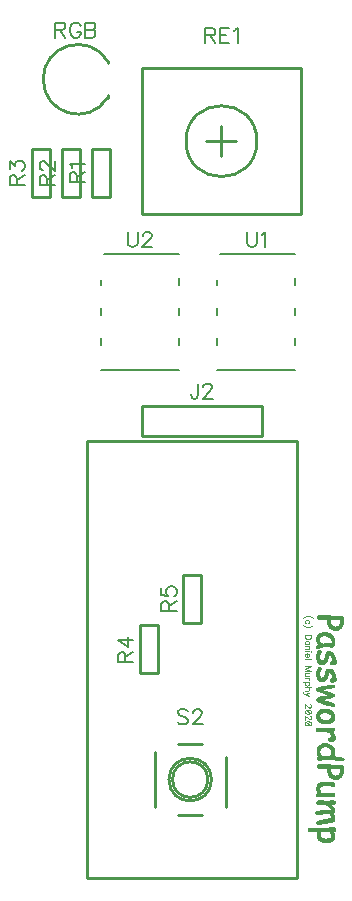
<source format=gbr>
G04 DipTrace 3.3.0.0*
G04 TopSilk.gbr*
%MOIN*%
G04 #@! TF.FileFunction,Legend,Top*
G04 #@! TF.Part,Single*
%ADD10C,0.009843*%
%ADD12C,0.003*%
%ADD24C,0.006*%
%ADD57C,0.00772*%
%ADD58C,0.003088*%
%FSLAX26Y26*%
G04*
G70*
G90*
G75*
G01*
G04 TopSilk*
%LPD*%
X1187469Y1931196D2*
D10*
X787434D1*
Y2031201D1*
X1187469D1*
Y1931196D1*
X679951Y2886351D2*
X619951D1*
X679951Y2726051D2*
Y2886351D1*
Y2726051D2*
X619951D1*
Y2886351D1*
X579953D2*
X519953D1*
X579953Y2726051D2*
Y2886351D1*
Y2726051D2*
X519953D1*
Y2886351D1*
X479951D2*
X419951D1*
X479951Y2726051D2*
Y2886351D1*
Y2726051D2*
X419951D1*
Y2886351D1*
X782451Y1138551D2*
X842451D1*
X782451Y1298851D2*
Y1138551D1*
Y1298851D2*
X842451D1*
Y1138551D1*
X926202Y1307300D2*
X986202D1*
X926202Y1467600D2*
Y1307300D1*
Y1467600D2*
X986202D1*
Y1307300D1*
X1316856Y2668354D2*
X789246D1*
Y3156546D1*
X1316856D1*
Y2668354D1*
X934909Y2912420D2*
G02X934909Y2912420I118142J0D01*
G01*
X1053051Y2862430D2*
Y2962470D1*
X1003042Y2912450D2*
X1103060D1*
X673377Y3057609D2*
Y3065507D1*
Y3171892D2*
Y3179790D1*
Y3057609D2*
G02X458810Y3118699I-98651J60865D01*
G01*
X673377Y3179790D2*
G03X458810Y3118699I-98651J-60865D01*
G01*
X878008Y784497D2*
G02X878008Y784497I70861J0D01*
G01*
X830751Y875052D2*
Y693942D1*
X909472Y666372D2*
X988241D1*
X1066986Y693942D2*
Y859298D1*
X988241Y902623D2*
X909472D1*
X889798Y784497D2*
G02X889798Y784497I59059J0D01*
G01*
X1298693Y2431709D2*
D24*
Y2455718D1*
Y2331696D2*
Y2355705D1*
X1038709Y2255693D2*
Y2231684D1*
Y2355705D2*
Y2331696D1*
Y2150701D2*
X1298693D1*
Y2231684D2*
Y2255693D1*
Y2536701D2*
X1049715D1*
X1038709Y2450700D2*
Y2431709D1*
X911193D2*
Y2455718D1*
Y2331696D2*
Y2355705D1*
X651209Y2255693D2*
Y2231684D1*
Y2355705D2*
Y2331696D1*
Y2150701D2*
X911193D1*
Y2231684D2*
Y2255693D1*
Y2536701D2*
X662215D1*
X651209Y2450700D2*
Y2431709D1*
X606202Y1912451D2*
D10*
X1306202D1*
Y456197D1*
X606202D1*
Y1912451D1*
X1373337Y1331701D2*
D12*
X1415337D1*
X1372132Y1330201D2*
X1454337D1*
X1371261Y1328701D2*
X1455542D1*
X1370675Y1327201D2*
X1456420D1*
X1370658Y1325701D2*
X1456922D1*
X1371280Y1324201D2*
X1457166D1*
X1372227Y1322701D2*
X1457271D1*
X1373337Y1321201D2*
X1457313D1*
X1406105Y1319701D2*
X1415337D1*
X1428837D2*
X1457329D1*
X1405734Y1318201D2*
X1415337D1*
X1448337D2*
X1457334D1*
X1405345Y1316701D2*
X1415337D1*
X1448337D2*
X1457336D1*
X1405082Y1315201D2*
X1415337D1*
X1448337D2*
X1457337D1*
X1404949Y1313701D2*
X1415337D1*
X1448337D2*
X1457337D1*
X1404938Y1312201D2*
X1415343D1*
X1448337D2*
X1457337D1*
X1405103Y1310701D2*
X1415396D1*
X1448331D2*
X1457337D1*
X1405452Y1309201D2*
X1415587D1*
X1448279D2*
X1457337D1*
X1405839Y1307701D2*
X1415952D1*
X1448082D2*
X1457331D1*
X1406152Y1306201D2*
X1416395D1*
X1447670D2*
X1457279D1*
X1406482Y1304701D2*
X1416901D1*
X1447088D2*
X1457088D1*
X1406910Y1303201D2*
X1417596D1*
X1446409D2*
X1456722D1*
X1407374Y1301701D2*
X1418468D1*
X1445635D2*
X1456285D1*
X1407842Y1300201D2*
X1419449D1*
X1444695D2*
X1455826D1*
X1408403Y1298701D2*
X1420754D1*
X1443442D2*
X1455270D1*
X1409097Y1297201D2*
X1422905D1*
X1441906D2*
X1454577D1*
X1409941Y1295701D2*
X1426634D1*
X1438198D2*
X1453733D1*
X1410893Y1294201D2*
X1432383D1*
X1432622D2*
X1452782D1*
X1411856Y1292701D2*
X1451818D1*
X1412899Y1291201D2*
X1450781D1*
X1414165Y1289701D2*
X1449568D1*
X1415770Y1288201D2*
X1448155D1*
X1417868Y1286701D2*
X1446416D1*
X1420564Y1285201D2*
X1444108D1*
X1423809Y1283701D2*
X1441147D1*
X1427337Y1282201D2*
X1437837D1*
X1388337Y1276201D2*
X1403337D1*
X1384196Y1274701D2*
X1407484D1*
X1380818Y1273201D2*
X1410916D1*
X1378211Y1271701D2*
X1413713D1*
X1376254Y1270201D2*
X1416035D1*
X1374746Y1268701D2*
X1417980D1*
X1373494Y1267201D2*
X1419685D1*
X1372461Y1265701D2*
X1421223D1*
X1371623Y1264201D2*
X1388701D1*
X1402979D2*
X1422561D1*
X1371001Y1262701D2*
X1385127D1*
X1406606D2*
X1423662D1*
X1370587Y1261201D2*
X1382431D1*
X1409499D2*
X1424586D1*
X1370216Y1259701D2*
X1380599D1*
X1411749D2*
X1425414D1*
X1369778Y1258201D2*
X1379383D1*
X1413593D2*
X1426193D1*
X1369362Y1256701D2*
X1378606D1*
X1415188D2*
X1426951D1*
X1369089Y1255201D2*
X1378181D1*
X1416549D2*
X1427651D1*
X1368951Y1253701D2*
X1377979D1*
X1417652D2*
X1428207D1*
X1368939Y1252201D2*
X1377892D1*
X1418526D2*
X1428544D1*
X1369103Y1250701D2*
X1377863D1*
X1419163D2*
X1428714D1*
X1369452Y1249201D2*
X1377903D1*
X1419584D2*
X1428789D1*
X1369839Y1247701D2*
X1378095D1*
X1419951D2*
X1428819D1*
X1370152Y1246201D2*
X1378512D1*
X1420337D2*
X1428831D1*
X1370487Y1244701D2*
X1379139D1*
X1420677D2*
X1428835D1*
X1370963Y1243201D2*
X1379992D1*
X1420431D2*
X1428837D1*
X1371571Y1241701D2*
X1381035D1*
X1419977D2*
X1428831D1*
X1372254Y1240201D2*
X1383553D1*
X1418576D2*
X1428779D1*
X1372967Y1238701D2*
X1387646D1*
X1394337D2*
X1413837D1*
X1416438D2*
X1428587D1*
X1373594Y1237201D2*
X1428222D1*
X1374079Y1235701D2*
X1427785D1*
X1373827Y1234201D2*
X1427326D1*
X1372854Y1232701D2*
X1426770D1*
X1371694Y1231201D2*
X1426072D1*
X1370570Y1229701D2*
X1425179D1*
X1369737Y1228201D2*
X1424063D1*
X1369170Y1226701D2*
X1386899D1*
X1415337D2*
X1422837D1*
X1369266Y1225201D2*
X1382632D1*
X1369697Y1223701D2*
X1378645D1*
X1370337Y1222201D2*
X1374837D1*
X1376337Y1216201D2*
X1380837D1*
X1375075Y1214701D2*
X1382222D1*
X1374000Y1213201D2*
X1383248D1*
X1373085Y1211701D2*
X1383498D1*
X1406337D2*
X1415337D1*
X1372266Y1210201D2*
X1383555D1*
X1404562D2*
X1418222D1*
X1371539Y1208701D2*
X1382964D1*
X1403040D2*
X1420578D1*
X1370968Y1207201D2*
X1382169D1*
X1401841D2*
X1422461D1*
X1370574Y1205701D2*
X1381336D1*
X1400875D2*
X1423957D1*
X1370212Y1204201D2*
X1380577D1*
X1400083D2*
X1425118D1*
X1369777Y1202701D2*
X1379991D1*
X1399484D2*
X1426019D1*
X1369362Y1201201D2*
X1379640D1*
X1399080D2*
X1426712D1*
X1369088Y1199701D2*
X1379464D1*
X1398714D2*
X1409280D1*
X1413831D2*
X1427280D1*
X1368945Y1198201D2*
X1379387D1*
X1398278D2*
X1409088D1*
X1415279D2*
X1427874D1*
X1368880Y1196701D2*
X1379356D1*
X1397862D2*
X1408728D1*
X1416582D2*
X1428530D1*
X1368853Y1195201D2*
X1379344D1*
X1397583D2*
X1408338D1*
X1417670D2*
X1429183D1*
X1368843Y1193701D2*
X1379339D1*
X1397387D2*
X1408023D1*
X1418588D2*
X1429724D1*
X1368839Y1192201D2*
X1379338D1*
X1397124D2*
X1407693D1*
X1419409D2*
X1430107D1*
X1368844Y1190701D2*
X1379343D1*
X1396686D2*
X1407264D1*
X1420141D2*
X1430465D1*
X1368896Y1189201D2*
X1379396D1*
X1396094D2*
X1406801D1*
X1420760D2*
X1430904D1*
X1369087Y1187701D2*
X1379593D1*
X1395405D2*
X1406338D1*
X1421292D2*
X1431372D1*
X1369452Y1186201D2*
X1380034D1*
X1394548D2*
X1405830D1*
X1421822D2*
X1431842D1*
X1369889Y1184701D2*
X1380668D1*
X1393482D2*
X1405328D1*
X1422271D2*
X1432397D1*
X1370342Y1183201D2*
X1382217D1*
X1390533D2*
X1404842D1*
X1422582D2*
X1433038D1*
X1370846Y1181701D2*
X1385729D1*
X1386138D2*
X1404275D1*
X1422348D2*
X1433686D1*
X1371353Y1180201D2*
X1403573D1*
X1421078D2*
X1434219D1*
X1371891Y1178701D2*
X1402675D1*
X1419381D2*
X1434548D1*
X1372649Y1177201D2*
X1401526D1*
X1417729D2*
X1434715D1*
X1373716Y1175701D2*
X1400145D1*
X1416353D2*
X1434784D1*
X1375056Y1174201D2*
X1398474D1*
X1415764D2*
X1434726D1*
X1376692Y1172701D2*
X1396401D1*
X1415689D2*
X1434512D1*
X1378666Y1171201D2*
X1393954D1*
X1416294D2*
X1433059D1*
X1380837Y1169701D2*
X1391337D1*
X1417232D2*
X1429076D1*
X1418337Y1168201D2*
X1424337D1*
X1376337Y1159201D2*
X1380837D1*
X1375075Y1157701D2*
X1382222D1*
X1374000Y1156201D2*
X1383248D1*
X1373085Y1154701D2*
X1383498D1*
X1406337D2*
X1415337D1*
X1372266Y1153201D2*
X1383555D1*
X1404562D2*
X1418222D1*
X1371539Y1151701D2*
X1382964D1*
X1403040D2*
X1420578D1*
X1370968Y1150201D2*
X1382169D1*
X1401841D2*
X1422461D1*
X1370574Y1148701D2*
X1381336D1*
X1400875D2*
X1423957D1*
X1370212Y1147201D2*
X1380577D1*
X1400083D2*
X1425118D1*
X1369777Y1145701D2*
X1379991D1*
X1399484D2*
X1426019D1*
X1369362Y1144201D2*
X1379640D1*
X1399080D2*
X1426712D1*
X1369088Y1142701D2*
X1379464D1*
X1398714D2*
X1409280D1*
X1413831D2*
X1427280D1*
X1368945Y1141201D2*
X1379387D1*
X1398278D2*
X1409088D1*
X1415279D2*
X1427874D1*
X1368880Y1139701D2*
X1379356D1*
X1397862D2*
X1408728D1*
X1416582D2*
X1428530D1*
X1368853Y1138201D2*
X1379344D1*
X1397583D2*
X1408338D1*
X1417670D2*
X1429183D1*
X1368843Y1136701D2*
X1379339D1*
X1397387D2*
X1408023D1*
X1418588D2*
X1429724D1*
X1368839Y1135201D2*
X1379338D1*
X1397124D2*
X1407693D1*
X1419409D2*
X1430107D1*
X1368844Y1133701D2*
X1379343D1*
X1396686D2*
X1407264D1*
X1420141D2*
X1430465D1*
X1368896Y1132201D2*
X1379396D1*
X1396094D2*
X1406801D1*
X1420760D2*
X1430904D1*
X1369087Y1130701D2*
X1379593D1*
X1395405D2*
X1406338D1*
X1421292D2*
X1431372D1*
X1369452Y1129201D2*
X1380034D1*
X1394548D2*
X1405830D1*
X1421822D2*
X1431842D1*
X1369889Y1127701D2*
X1380668D1*
X1393482D2*
X1405328D1*
X1422271D2*
X1432397D1*
X1370342Y1126201D2*
X1382217D1*
X1390533D2*
X1404842D1*
X1422582D2*
X1433038D1*
X1370846Y1124701D2*
X1385729D1*
X1386138D2*
X1404275D1*
X1422348D2*
X1433686D1*
X1371353Y1123201D2*
X1403573D1*
X1421078D2*
X1434219D1*
X1371891Y1121701D2*
X1402675D1*
X1419381D2*
X1434548D1*
X1372649Y1120201D2*
X1401526D1*
X1417729D2*
X1434715D1*
X1373716Y1118701D2*
X1400145D1*
X1416353D2*
X1434784D1*
X1375056Y1117201D2*
X1398474D1*
X1415764D2*
X1434726D1*
X1376692Y1115701D2*
X1396401D1*
X1415689D2*
X1434512D1*
X1378666Y1114201D2*
X1393954D1*
X1416294D2*
X1433059D1*
X1380837Y1112701D2*
X1391337D1*
X1417232D2*
X1429076D1*
X1418337Y1111201D2*
X1424337D1*
X1416837Y1100701D2*
X1427337D1*
X1406939Y1099201D2*
X1428030D1*
X1397801Y1097701D2*
X1428455D1*
X1389808Y1096201D2*
X1428596D1*
X1383156Y1094701D2*
X1428523D1*
X1377932Y1093201D2*
X1427286D1*
X1374076Y1091701D2*
X1422570D1*
X1371317Y1090201D2*
X1415109D1*
X1369206Y1088701D2*
X1405405D1*
X1367337Y1087201D2*
X1394739D1*
X1368330Y1085701D2*
X1383837D1*
X1369448Y1084201D2*
X1387645D1*
X1370966Y1082701D2*
X1391714D1*
X1373126Y1081201D2*
X1395996D1*
X1375971Y1079701D2*
X1400399D1*
X1379327Y1078201D2*
X1404860D1*
X1383029Y1076701D2*
X1409345D1*
X1386919Y1075201D2*
X1413828D1*
X1390803Y1073701D2*
X1418203D1*
X1394589Y1072201D2*
X1422145D1*
X1398242Y1070701D2*
X1425177D1*
X1401829Y1069201D2*
X1427427D1*
X1405527Y1067701D2*
X1428157D1*
X1409337Y1066201D2*
X1428618D1*
X1400066Y1064701D2*
X1428566D1*
X1391765Y1063201D2*
X1427963D1*
X1384828Y1061701D2*
X1426378D1*
X1379289Y1060201D2*
X1422639D1*
X1375066Y1058701D2*
X1417370D1*
X1372098Y1057201D2*
X1410720D1*
X1370159Y1055701D2*
X1403215D1*
X1368910Y1054201D2*
X1395317D1*
X1368001Y1052701D2*
X1387317D1*
X1367799Y1051201D2*
X1379337D1*
X1368238Y1049701D2*
X1385343D1*
X1369514Y1048201D2*
X1391396D1*
X1371253Y1046701D2*
X1397587D1*
X1373529Y1045201D2*
X1403940D1*
X1376465Y1043701D2*
X1410255D1*
X1380080Y1042201D2*
X1416144D1*
X1384207Y1040701D2*
X1421115D1*
X1388764Y1039201D2*
X1424718D1*
X1393745Y1037701D2*
X1427302D1*
X1399020Y1036201D2*
X1428249D1*
X1404405Y1034701D2*
X1428506D1*
X1409908Y1033201D2*
X1428567D1*
X1415579Y1031701D2*
X1428025D1*
X1421337Y1030201D2*
X1427337D1*
X1389837Y1021201D2*
X1404837D1*
X1386208Y1019701D2*
X1408805D1*
X1383028Y1018201D2*
X1412252D1*
X1380419Y1016701D2*
X1415116D1*
X1378316Y1015201D2*
X1417488D1*
X1376538Y1013701D2*
X1419460D1*
X1374970Y1012201D2*
X1421177D1*
X1373620Y1010701D2*
X1422720D1*
X1372520Y1009201D2*
X1390427D1*
X1402685D2*
X1424060D1*
X1371642Y1007701D2*
X1387172D1*
X1407188D2*
X1425162D1*
X1370958Y1006201D2*
X1384674D1*
X1410584D2*
X1426086D1*
X1370399Y1004701D2*
X1382745D1*
X1413071D2*
X1426908D1*
X1369858Y1003201D2*
X1381284D1*
X1414968D2*
X1427635D1*
X1369394Y1001701D2*
X1380146D1*
X1416414D2*
X1428201D1*
X1369101Y1000201D2*
X1379730D1*
X1417431D2*
X1428542D1*
X1368950Y998701D2*
X1379505D1*
X1418156D2*
X1428713D1*
X1368882Y997201D2*
X1379409D1*
X1418764D2*
X1428789D1*
X1368860Y995701D2*
X1379420D1*
X1419204D2*
X1428819D1*
X1368902Y994201D2*
X1379601D1*
X1419444D2*
X1428831D1*
X1369095Y992701D2*
X1380014D1*
X1419082D2*
X1428835D1*
X1369506Y991201D2*
X1380652D1*
X1418493D2*
X1428831D1*
X1370087Y989701D2*
X1381580D1*
X1417632D2*
X1428778D1*
X1370760Y988201D2*
X1382963D1*
X1416392D2*
X1428582D1*
X1371481Y986701D2*
X1384890D1*
X1414578D2*
X1428170D1*
X1372224Y985201D2*
X1387303D1*
X1411951D2*
X1427588D1*
X1373029Y983701D2*
X1390014D1*
X1408566D2*
X1426909D1*
X1374027Y982201D2*
X1426129D1*
X1375386Y980701D2*
X1425142D1*
X1377134Y979201D2*
X1423780D1*
X1379205Y977701D2*
X1421969D1*
X1381660Y976201D2*
X1419604D1*
X1384743Y974701D2*
X1416433D1*
X1388574Y973201D2*
X1412367D1*
X1392837Y971701D2*
X1407837D1*
X1370337Y956701D2*
X1427337D1*
X1369645Y955201D2*
X1428030D1*
X1369214Y953701D2*
X1428455D1*
X1369002Y952201D2*
X1428614D1*
X1368962Y950701D2*
X1428594D1*
X1369155Y949201D2*
X1427995D1*
X1369653Y947701D2*
X1426382D1*
X1370337Y946201D2*
X1424075D1*
X1406274Y944701D2*
X1421337D1*
X1409023Y943201D2*
X1422324D1*
X1411414Y941701D2*
X1423372D1*
X1413415Y940201D2*
X1424535D1*
X1415107Y938701D2*
X1425691D1*
X1416515Y937201D2*
X1426707D1*
X1417640Y935701D2*
X1427551D1*
X1418527Y934201D2*
X1428223D1*
X1419215Y932701D2*
X1428778D1*
X1419776Y931201D2*
X1429317D1*
X1420330Y929701D2*
X1429780D1*
X1420859Y928201D2*
X1430074D1*
X1421337Y926701D2*
X1430225D1*
X1415228Y925201D2*
X1430293D1*
X1411149Y923701D2*
X1430315D1*
X1408367Y922201D2*
X1430267D1*
X1407371Y920701D2*
X1430015D1*
X1407289Y919201D2*
X1429531D1*
X1408047Y917701D2*
X1428172D1*
X1409284Y916201D2*
X1426382D1*
X1410837Y914701D2*
X1424337D1*
X1389837Y905701D2*
X1404837D1*
X1386434Y904201D2*
X1409159D1*
X1383579Y902701D2*
X1412770D1*
X1381220Y901201D2*
X1415597D1*
X1379212Y899701D2*
X1417796D1*
X1377548Y898201D2*
X1419619D1*
X1376167Y896701D2*
X1421249D1*
X1374965Y895201D2*
X1422749D1*
X1373945Y893701D2*
X1391400D1*
X1405979D2*
X1424071D1*
X1373061Y892201D2*
X1388651D1*
X1409606D2*
X1425166D1*
X1372256Y890701D2*
X1386266D1*
X1412493D2*
X1426087D1*
X1371536Y889201D2*
X1384313D1*
X1414690D2*
X1426908D1*
X1370972Y887701D2*
X1382765D1*
X1416343D2*
X1427635D1*
X1370632Y886201D2*
X1381577D1*
X1417573D2*
X1428201D1*
X1370461Y884701D2*
X1380669D1*
X1418497D2*
X1428542D1*
X1370386Y883201D2*
X1380024D1*
X1419147D2*
X1428713D1*
X1370355Y881701D2*
X1379651D1*
X1419522D2*
X1428789D1*
X1370344Y880201D2*
X1379468D1*
X1419706D2*
X1428819D1*
X1370339Y878701D2*
X1379388D1*
X1419786D2*
X1428831D1*
X1370338Y877201D2*
X1379362D1*
X1419819D2*
X1428835D1*
X1370343Y875701D2*
X1379402D1*
X1419825D2*
X1428837D1*
X1370396Y874201D2*
X1379595D1*
X1419776D2*
X1428831D1*
X1370587Y872701D2*
X1380011D1*
X1419581D2*
X1428779D1*
X1370952Y871201D2*
X1380645D1*
X1419164D2*
X1428582D1*
X1371389Y869701D2*
X1381510D1*
X1418524D2*
X1428170D1*
X1371848Y868201D2*
X1382584D1*
X1417594D2*
X1427588D1*
X1372404Y866701D2*
X1383653D1*
X1416212D2*
X1426910D1*
X1373088Y865201D2*
X1384470D1*
X1414290D2*
X1426150D1*
X1373912Y863701D2*
X1384978D1*
X1411913D2*
X1425287D1*
X1374837Y862201D2*
X1424337D1*
X1373400Y860701D2*
X1438058D1*
X1372151Y859201D2*
X1448452D1*
X1371266Y857701D2*
X1454754D1*
X1370675Y856201D2*
X1458669D1*
X1370658Y854701D2*
X1459722D1*
X1371280Y853201D2*
X1459939D1*
X1372227Y851701D2*
X1459472D1*
X1373337Y850201D2*
X1383837D1*
X1431837D2*
X1458837D1*
X1373337Y835201D2*
X1415337D1*
X1372132Y833701D2*
X1454337D1*
X1371261Y832201D2*
X1455542D1*
X1370675Y830701D2*
X1456420D1*
X1370658Y829201D2*
X1456922D1*
X1371280Y827701D2*
X1457166D1*
X1372227Y826201D2*
X1457271D1*
X1373337Y824701D2*
X1457313D1*
X1406105Y823201D2*
X1415337D1*
X1428837D2*
X1457329D1*
X1405734Y821701D2*
X1415337D1*
X1448337D2*
X1457334D1*
X1405345Y820201D2*
X1415337D1*
X1448337D2*
X1457336D1*
X1405082Y818701D2*
X1415337D1*
X1448337D2*
X1457337D1*
X1404949Y817201D2*
X1415337D1*
X1448337D2*
X1457337D1*
X1404938Y815701D2*
X1415343D1*
X1448337D2*
X1457337D1*
X1405103Y814201D2*
X1415396D1*
X1448331D2*
X1457337D1*
X1405452Y812701D2*
X1415587D1*
X1448279D2*
X1457337D1*
X1405839Y811201D2*
X1415952D1*
X1448082D2*
X1457331D1*
X1406152Y809701D2*
X1416395D1*
X1447670D2*
X1457279D1*
X1406482Y808201D2*
X1416901D1*
X1447088D2*
X1457088D1*
X1406910Y806701D2*
X1417596D1*
X1446409D2*
X1456722D1*
X1407374Y805201D2*
X1418468D1*
X1445635D2*
X1456285D1*
X1407842Y803701D2*
X1419449D1*
X1444695D2*
X1455826D1*
X1408403Y802201D2*
X1420754D1*
X1443442D2*
X1455270D1*
X1409097Y800701D2*
X1422905D1*
X1441906D2*
X1454577D1*
X1409941Y799201D2*
X1426634D1*
X1438198D2*
X1453733D1*
X1410893Y797701D2*
X1432383D1*
X1432622D2*
X1452782D1*
X1411856Y796201D2*
X1451818D1*
X1412899Y794701D2*
X1450781D1*
X1414165Y793201D2*
X1449568D1*
X1415770Y791701D2*
X1448155D1*
X1417868Y790201D2*
X1446416D1*
X1420564Y788701D2*
X1444108D1*
X1423809Y787201D2*
X1441147D1*
X1427337Y785701D2*
X1437837D1*
X1391337Y776701D2*
X1419837D1*
X1384478Y775201D2*
X1423812D1*
X1379521Y773701D2*
X1426877D1*
X1376264Y772201D2*
X1428084D1*
X1374137Y770701D2*
X1428486D1*
X1372715Y769201D2*
X1428635D1*
X1371718Y767701D2*
X1428490D1*
X1371041Y766201D2*
X1428012D1*
X1370651Y764701D2*
X1388011D1*
X1416837D2*
X1427337D1*
X1370411Y763201D2*
X1384449D1*
X1370139Y761701D2*
X1381911D1*
X1369747Y760201D2*
X1380830D1*
X1369350Y758701D2*
X1380087D1*
X1369090Y757201D2*
X1379674D1*
X1369002Y755701D2*
X1379476D1*
X1369129Y754201D2*
X1379396D1*
X1369462Y752701D2*
X1379415D1*
X1369837Y751201D2*
X1379594D1*
X1370100Y749701D2*
X1379949D1*
X1370291Y748201D2*
X1380332D1*
X1370545Y746701D2*
X1380599D1*
X1370931Y745201D2*
X1380796D1*
X1371314Y743701D2*
X1381109D1*
X1371473Y742201D2*
X1381739D1*
X1371398Y740701D2*
X1382709D1*
X1370562Y739201D2*
X1427337D1*
X1369595Y737701D2*
X1428030D1*
X1368721Y736201D2*
X1428460D1*
X1367979Y734701D2*
X1428673D1*
X1367794Y733201D2*
X1428712D1*
X1368345Y731701D2*
X1428520D1*
X1369252Y730201D2*
X1428022D1*
X1370337Y728701D2*
X1427337D1*
X1376337Y715201D2*
X1391337D1*
X1415337D2*
X1425837D1*
X1373690Y713701D2*
X1428659D1*
X1371765Y712201D2*
X1430770D1*
X1370317Y710701D2*
X1432335D1*
X1369679Y709201D2*
X1432923D1*
X1369812Y707701D2*
X1432991D1*
X1370262Y706201D2*
X1432296D1*
X1370976Y704701D2*
X1428872D1*
X1371837Y703201D2*
X1377837D1*
X1391300D2*
X1422934D1*
X1398436Y701701D2*
X1415337D1*
X1403338Y700201D2*
X1417530D1*
X1406563Y698701D2*
X1419460D1*
X1408834Y697201D2*
X1421178D1*
X1410650Y695701D2*
X1422769D1*
X1412270Y694201D2*
X1424256D1*
X1413814Y692701D2*
X1425574D1*
X1415330Y691201D2*
X1426661D1*
X1416835Y689701D2*
X1427529D1*
X1418337Y688201D2*
X1428159D1*
X1419837Y686701D2*
X1428526D1*
X1416837Y685201D2*
X1428707D1*
X1397337Y683701D2*
X1428781D1*
X1385233Y682201D2*
X1428760D1*
X1376073Y680701D2*
X1428575D1*
X1369538Y679201D2*
X1428156D1*
X1367230Y677701D2*
X1427470D1*
X1366327Y676201D2*
X1426408D1*
X1366117Y674701D2*
X1424905D1*
X1366090Y673201D2*
X1423148D1*
X1366642Y671701D2*
X1394337D1*
X1412632D2*
X1421337D1*
X1367337Y670201D2*
X1380837D1*
X1413249D2*
X1423011D1*
X1414194Y668701D2*
X1424443D1*
X1415253Y667201D2*
X1425679D1*
X1416236Y665701D2*
X1426711D1*
X1417117Y664201D2*
X1427550D1*
X1417967Y662701D2*
X1428167D1*
X1418868Y661201D2*
X1428529D1*
X1419837Y659701D2*
X1428708D1*
X1417673Y658201D2*
X1428787D1*
X1414554Y656701D2*
X1428819D1*
X1409891Y655201D2*
X1428831D1*
X1403434Y653701D2*
X1428829D1*
X1395487Y652201D2*
X1428772D1*
X1387098Y650701D2*
X1428523D1*
X1379709Y649201D2*
X1427908D1*
X1374293Y647701D2*
X1426844D1*
X1370308Y646201D2*
X1425199D1*
X1368579Y644701D2*
X1422461D1*
X1367832Y643201D2*
X1417793D1*
X1367710Y641701D2*
X1410631D1*
X1368302Y640201D2*
X1401264D1*
X1369235Y638701D2*
X1390554D1*
X1370337Y637201D2*
X1379337D1*
X1412337Y625201D2*
X1427337D1*
X1341837Y623701D2*
X1429467D1*
X1341145Y622201D2*
X1431147D1*
X1340714Y620701D2*
X1432445D1*
X1340502Y619201D2*
X1432843D1*
X1340462Y617701D2*
X1433004D1*
X1340655Y616201D2*
X1432417D1*
X1341153Y614701D2*
X1430298D1*
X1341837Y613201D2*
X1426960D1*
X1371780Y611701D2*
X1382105D1*
X1412280D2*
X1422837D1*
X1371588Y610201D2*
X1381734D1*
X1413588D2*
X1424100D1*
X1371228Y608701D2*
X1381345D1*
X1414722D2*
X1425175D1*
X1370844Y607201D2*
X1381082D1*
X1415779D2*
X1426090D1*
X1370582Y605701D2*
X1380943D1*
X1416774D2*
X1426909D1*
X1370443Y604201D2*
X1380879D1*
X1417578D2*
X1427635D1*
X1370379Y602701D2*
X1380853D1*
X1418212D2*
X1428201D1*
X1370353Y601201D2*
X1380843D1*
X1418790D2*
X1428542D1*
X1370343Y599701D2*
X1380845D1*
X1419264D2*
X1428713D1*
X1370345Y598201D2*
X1380902D1*
X1419512D2*
X1428789D1*
X1370397Y596701D2*
X1381152D1*
X1419468D2*
X1428819D1*
X1370587Y595201D2*
X1381761D1*
X1419113D2*
X1428831D1*
X1370952Y593701D2*
X1382766D1*
X1418443D2*
X1428829D1*
X1371395Y592201D2*
X1384203D1*
X1417522D2*
X1428778D1*
X1371901Y590701D2*
X1386045D1*
X1414672D2*
X1428581D1*
X1372596Y589201D2*
X1391770D1*
X1409151D2*
X1428164D1*
X1373462Y587701D2*
X1400940D1*
X1399876D2*
X1427529D1*
X1374390Y586201D2*
X1426659D1*
X1375463Y584701D2*
X1425520D1*
X1376860Y583201D2*
X1424143D1*
X1378636Y581701D2*
X1422455D1*
X1380816Y580201D2*
X1420207D1*
X1383617Y578701D2*
X1417031D1*
X1387238Y577201D2*
X1412754D1*
X1391337Y575701D2*
X1407837D1*
X1373337Y1331701D2*
X1372132Y1330201D1*
X1371261Y1328701D1*
X1370675Y1327201D1*
X1370658Y1325701D1*
X1371280Y1324201D1*
X1372227Y1322701D1*
X1373337Y1321201D1*
X1415337Y1331701D2*
Y1330201D1*
X1454337D2*
X1455542Y1328701D1*
X1456420Y1327201D1*
X1456922Y1325701D1*
X1457166Y1324201D1*
X1457271Y1322701D1*
X1457313Y1321201D1*
X1457329Y1319701D1*
X1457334Y1318201D1*
X1457336Y1316701D1*
X1457337Y1315201D1*
Y1313701D1*
Y1312201D1*
Y1310701D1*
Y1309201D1*
X1457331Y1307701D1*
X1457279Y1306201D1*
X1457088Y1304701D1*
X1456722Y1303201D1*
X1456285Y1301701D1*
X1455826Y1300201D1*
X1455270Y1298701D1*
X1454577Y1297201D1*
X1453733Y1295701D1*
X1452782Y1294201D1*
X1451818Y1292701D1*
X1450781Y1291201D1*
X1449568Y1289701D1*
X1448155Y1288201D1*
X1446416Y1286701D1*
X1444108Y1285201D1*
X1441147Y1283701D1*
X1437837Y1282201D1*
X1406337Y1321201D2*
X1406105Y1319701D1*
X1405734Y1318201D1*
X1405345Y1316701D1*
X1405082Y1315201D1*
X1404949Y1313701D1*
X1404938Y1312201D1*
X1405103Y1310701D1*
X1405452Y1309201D1*
X1405839Y1307701D1*
X1406152Y1306201D1*
X1406482Y1304701D1*
X1406910Y1303201D1*
X1407374Y1301701D1*
X1407842Y1300201D1*
X1408403Y1298701D1*
X1409097Y1297201D1*
X1409941Y1295701D1*
X1410893Y1294201D1*
X1411856Y1292701D1*
X1412899Y1291201D1*
X1414165Y1289701D1*
X1415770Y1288201D1*
X1417868Y1286701D1*
X1420564Y1285201D1*
X1423809Y1283701D1*
X1427337Y1282201D1*
X1415337Y1321201D2*
Y1319701D1*
Y1318201D1*
Y1316701D1*
Y1315201D1*
Y1313701D1*
X1415343Y1312201D1*
X1415396Y1310701D1*
X1415587Y1309201D1*
X1415952Y1307701D1*
X1416395Y1306201D1*
X1416901Y1304701D1*
X1417596Y1303201D1*
X1418468Y1301701D1*
X1419449Y1300201D1*
X1420754Y1298701D1*
X1422905Y1297201D1*
X1426634Y1295701D1*
X1432383Y1294201D1*
X1439337Y1292701D1*
X1427337Y1321201D2*
X1428837Y1319701D1*
X1448337D2*
Y1318201D1*
Y1316701D1*
Y1315201D1*
Y1313701D1*
Y1312201D1*
X1448331Y1310701D1*
X1448279Y1309201D1*
X1448082Y1307701D1*
X1447670Y1306201D1*
X1447088Y1304701D1*
X1446409Y1303201D1*
X1445635Y1301701D1*
X1444695Y1300201D1*
X1443442Y1298701D1*
X1441906Y1297201D1*
X1438198Y1295701D1*
X1432622Y1294201D1*
X1425837Y1292701D1*
X1388337Y1276201D2*
X1384196Y1274701D1*
X1380818Y1273201D1*
X1378211Y1271701D1*
X1376254Y1270201D1*
X1374746Y1268701D1*
X1373494Y1267201D1*
X1372461Y1265701D1*
X1371623Y1264201D1*
X1371001Y1262701D1*
X1370587Y1261201D1*
X1370216Y1259701D1*
X1369778Y1258201D1*
X1369362Y1256701D1*
X1369089Y1255201D1*
X1368951Y1253701D1*
X1368939Y1252201D1*
X1369103Y1250701D1*
X1369452Y1249201D1*
X1369839Y1247701D1*
X1370152Y1246201D1*
X1370487Y1244701D1*
X1370963Y1243201D1*
X1371571Y1241701D1*
X1372254Y1240201D1*
X1372967Y1238701D1*
X1373594Y1237201D1*
X1374079Y1235701D1*
X1373827Y1234201D1*
X1372854Y1232701D1*
X1371694Y1231201D1*
X1370570Y1229701D1*
X1369737Y1228201D1*
X1369170Y1226701D1*
X1369266Y1225201D1*
X1369697Y1223701D1*
X1370337Y1222201D1*
X1403337Y1276201D2*
X1407484Y1274701D1*
X1410916Y1273201D1*
X1413713Y1271701D1*
X1416035Y1270201D1*
X1417980Y1268701D1*
X1419685Y1267201D1*
X1421223Y1265701D1*
X1422561Y1264201D1*
X1423662Y1262701D1*
X1424586Y1261201D1*
X1425414Y1259701D1*
X1426193Y1258201D1*
X1426951Y1256701D1*
X1427651Y1255201D1*
X1428207Y1253701D1*
X1428544Y1252201D1*
X1428714Y1250701D1*
X1428789Y1249201D1*
X1428819Y1247701D1*
X1428831Y1246201D1*
X1428835Y1244701D1*
X1428837Y1243201D1*
X1428831Y1241701D1*
X1428779Y1240201D1*
X1428587Y1238701D1*
X1428222Y1237201D1*
X1427785Y1235701D1*
X1427326Y1234201D1*
X1426770Y1232701D1*
X1426072Y1231201D1*
X1425179Y1229701D1*
X1424063Y1228201D1*
X1422837Y1226701D1*
X1392837Y1265701D2*
X1388701Y1264201D1*
X1385127Y1262701D1*
X1382431Y1261201D1*
X1380599Y1259701D1*
X1379383Y1258201D1*
X1378606Y1256701D1*
X1378181Y1255201D1*
X1377979Y1253701D1*
X1377892Y1252201D1*
X1377863Y1250701D1*
X1377903Y1249201D1*
X1378095Y1247701D1*
X1378512Y1246201D1*
X1379139Y1244701D1*
X1379992Y1243201D1*
X1381035Y1241701D1*
X1383553Y1240201D1*
X1387646Y1238701D1*
X1392837Y1237201D1*
X1398837Y1265701D2*
X1402979Y1264201D1*
X1406606Y1262701D1*
X1409499Y1261201D1*
X1411749Y1259701D1*
X1413593Y1258201D1*
X1415188Y1256701D1*
X1416549Y1255201D1*
X1417652Y1253701D1*
X1418526Y1252201D1*
X1419163Y1250701D1*
X1419584Y1249201D1*
X1419951Y1247701D1*
X1420337Y1246201D1*
X1420677Y1244701D1*
X1420431Y1243201D1*
X1419977Y1241701D1*
X1418576Y1240201D1*
X1416438Y1238701D1*
X1413837Y1237201D1*
X1394337Y1238701D2*
X1392837Y1237201D1*
X1413837Y1238701D2*
X1415337Y1237201D1*
X1391337Y1228201D2*
X1386899Y1226701D1*
X1382632Y1225201D1*
X1378645Y1223701D1*
X1374837Y1222201D1*
X1413837Y1228201D2*
X1415337Y1226701D1*
X1376337Y1216201D2*
X1375075Y1214701D1*
X1374000Y1213201D1*
X1373085Y1211701D1*
X1372266Y1210201D1*
X1371539Y1208701D1*
X1370968Y1207201D1*
X1370574Y1205701D1*
X1370212Y1204201D1*
X1369777Y1202701D1*
X1369362Y1201201D1*
X1369088Y1199701D1*
X1368945Y1198201D1*
X1368880Y1196701D1*
X1368853Y1195201D1*
X1368843Y1193701D1*
X1368839Y1192201D1*
X1368844Y1190701D1*
X1368896Y1189201D1*
X1369087Y1187701D1*
X1369452Y1186201D1*
X1369889Y1184701D1*
X1370342Y1183201D1*
X1370846Y1181701D1*
X1371353Y1180201D1*
X1371891Y1178701D1*
X1372649Y1177201D1*
X1373716Y1175701D1*
X1375056Y1174201D1*
X1376692Y1172701D1*
X1378666Y1171201D1*
X1380837Y1169701D1*
Y1216201D2*
X1382222Y1214701D1*
X1383248Y1213201D1*
X1383498Y1211701D1*
X1383555Y1210201D1*
X1382964Y1208701D1*
X1382169Y1207201D1*
X1381336Y1205701D1*
X1380577Y1204201D1*
X1379991Y1202701D1*
X1379640Y1201201D1*
X1379464Y1199701D1*
X1379387Y1198201D1*
X1379356Y1196701D1*
X1379344Y1195201D1*
X1379339Y1193701D1*
X1379338Y1192201D1*
X1379343Y1190701D1*
X1379396Y1189201D1*
X1379593Y1187701D1*
X1380034Y1186201D1*
X1380668Y1184701D1*
X1382217Y1183201D1*
X1385729Y1181701D1*
X1389837Y1180201D1*
X1406337Y1211701D2*
X1404562Y1210201D1*
X1403040Y1208701D1*
X1401841Y1207201D1*
X1400875Y1205701D1*
X1400083Y1204201D1*
X1399484Y1202701D1*
X1399080Y1201201D1*
X1398714Y1199701D1*
X1398278Y1198201D1*
X1397862Y1196701D1*
X1397583Y1195201D1*
X1397387Y1193701D1*
X1397124Y1192201D1*
X1396686Y1190701D1*
X1396094Y1189201D1*
X1395405Y1187701D1*
X1394548Y1186201D1*
X1393482Y1184701D1*
X1390533Y1183201D1*
X1386138Y1181701D1*
X1380837Y1180201D1*
X1415337Y1211701D2*
X1418222Y1210201D1*
X1420578Y1208701D1*
X1422461Y1207201D1*
X1423957Y1205701D1*
X1425118Y1204201D1*
X1426019Y1202701D1*
X1426712Y1201201D1*
X1427280Y1199701D1*
X1427874Y1198201D1*
X1428530Y1196701D1*
X1429183Y1195201D1*
X1429724Y1193701D1*
X1430107Y1192201D1*
X1430465Y1190701D1*
X1430904Y1189201D1*
X1431372Y1187701D1*
X1431842Y1186201D1*
X1432397Y1184701D1*
X1433038Y1183201D1*
X1433686Y1181701D1*
X1434219Y1180201D1*
X1434548Y1178701D1*
X1434715Y1177201D1*
X1434784Y1175701D1*
X1434726Y1174201D1*
X1434512Y1172701D1*
X1433059Y1171201D1*
X1429076Y1169701D1*
X1424337Y1168201D1*
X1409337Y1201201D2*
X1409280Y1199701D1*
X1409088Y1198201D1*
X1408728Y1196701D1*
X1408338Y1195201D1*
X1408023Y1193701D1*
X1407693Y1192201D1*
X1407264Y1190701D1*
X1406801Y1189201D1*
X1406338Y1187701D1*
X1405830Y1186201D1*
X1405328Y1184701D1*
X1404842Y1183201D1*
X1404275Y1181701D1*
X1403573Y1180201D1*
X1402675Y1178701D1*
X1401526Y1177201D1*
X1400145Y1175701D1*
X1398474Y1174201D1*
X1396401Y1172701D1*
X1393954Y1171201D1*
X1391337Y1169701D1*
X1412337Y1201201D2*
X1413831Y1199701D1*
X1415279Y1198201D1*
X1416582Y1196701D1*
X1417670Y1195201D1*
X1418588Y1193701D1*
X1419409Y1192201D1*
X1420141Y1190701D1*
X1420760Y1189201D1*
X1421292Y1187701D1*
X1421822Y1186201D1*
X1422271Y1184701D1*
X1422582Y1183201D1*
X1422348Y1181701D1*
X1421078Y1180201D1*
X1419381Y1178701D1*
X1417729Y1177201D1*
X1416353Y1175701D1*
X1415764Y1174201D1*
X1415689Y1172701D1*
X1416294Y1171201D1*
X1417232Y1169701D1*
X1418337Y1168201D1*
X1376337Y1159201D2*
X1375075Y1157701D1*
X1374000Y1156201D1*
X1373085Y1154701D1*
X1372266Y1153201D1*
X1371539Y1151701D1*
X1370968Y1150201D1*
X1370574Y1148701D1*
X1370212Y1147201D1*
X1369777Y1145701D1*
X1369362Y1144201D1*
X1369088Y1142701D1*
X1368945Y1141201D1*
X1368880Y1139701D1*
X1368853Y1138201D1*
X1368843Y1136701D1*
X1368839Y1135201D1*
X1368844Y1133701D1*
X1368896Y1132201D1*
X1369087Y1130701D1*
X1369452Y1129201D1*
X1369889Y1127701D1*
X1370342Y1126201D1*
X1370846Y1124701D1*
X1371353Y1123201D1*
X1371891Y1121701D1*
X1372649Y1120201D1*
X1373716Y1118701D1*
X1375056Y1117201D1*
X1376692Y1115701D1*
X1378666Y1114201D1*
X1380837Y1112701D1*
Y1159201D2*
X1382222Y1157701D1*
X1383248Y1156201D1*
X1383498Y1154701D1*
X1383555Y1153201D1*
X1382964Y1151701D1*
X1382169Y1150201D1*
X1381336Y1148701D1*
X1380577Y1147201D1*
X1379991Y1145701D1*
X1379640Y1144201D1*
X1379464Y1142701D1*
X1379387Y1141201D1*
X1379356Y1139701D1*
X1379344Y1138201D1*
X1379339Y1136701D1*
X1379338Y1135201D1*
X1379343Y1133701D1*
X1379396Y1132201D1*
X1379593Y1130701D1*
X1380034Y1129201D1*
X1380668Y1127701D1*
X1382217Y1126201D1*
X1385729Y1124701D1*
X1389837Y1123201D1*
X1406337Y1154701D2*
X1404562Y1153201D1*
X1403040Y1151701D1*
X1401841Y1150201D1*
X1400875Y1148701D1*
X1400083Y1147201D1*
X1399484Y1145701D1*
X1399080Y1144201D1*
X1398714Y1142701D1*
X1398278Y1141201D1*
X1397862Y1139701D1*
X1397583Y1138201D1*
X1397387Y1136701D1*
X1397124Y1135201D1*
X1396686Y1133701D1*
X1396094Y1132201D1*
X1395405Y1130701D1*
X1394548Y1129201D1*
X1393482Y1127701D1*
X1390533Y1126201D1*
X1386138Y1124701D1*
X1380837Y1123201D1*
X1415337Y1154701D2*
X1418222Y1153201D1*
X1420578Y1151701D1*
X1422461Y1150201D1*
X1423957Y1148701D1*
X1425118Y1147201D1*
X1426019Y1145701D1*
X1426712Y1144201D1*
X1427280Y1142701D1*
X1427874Y1141201D1*
X1428530Y1139701D1*
X1429183Y1138201D1*
X1429724Y1136701D1*
X1430107Y1135201D1*
X1430465Y1133701D1*
X1430904Y1132201D1*
X1431372Y1130701D1*
X1431842Y1129201D1*
X1432397Y1127701D1*
X1433038Y1126201D1*
X1433686Y1124701D1*
X1434219Y1123201D1*
X1434548Y1121701D1*
X1434715Y1120201D1*
X1434784Y1118701D1*
X1434726Y1117201D1*
X1434512Y1115701D1*
X1433059Y1114201D1*
X1429076Y1112701D1*
X1424337Y1111201D1*
X1409337Y1144201D2*
X1409280Y1142701D1*
X1409088Y1141201D1*
X1408728Y1139701D1*
X1408338Y1138201D1*
X1408023Y1136701D1*
X1407693Y1135201D1*
X1407264Y1133701D1*
X1406801Y1132201D1*
X1406338Y1130701D1*
X1405830Y1129201D1*
X1405328Y1127701D1*
X1404842Y1126201D1*
X1404275Y1124701D1*
X1403573Y1123201D1*
X1402675Y1121701D1*
X1401526Y1120201D1*
X1400145Y1118701D1*
X1398474Y1117201D1*
X1396401Y1115701D1*
X1393954Y1114201D1*
X1391337Y1112701D1*
X1412337Y1144201D2*
X1413831Y1142701D1*
X1415279Y1141201D1*
X1416582Y1139701D1*
X1417670Y1138201D1*
X1418588Y1136701D1*
X1419409Y1135201D1*
X1420141Y1133701D1*
X1420760Y1132201D1*
X1421292Y1130701D1*
X1421822Y1129201D1*
X1422271Y1127701D1*
X1422582Y1126201D1*
X1422348Y1124701D1*
X1421078Y1123201D1*
X1419381Y1121701D1*
X1417729Y1120201D1*
X1416353Y1118701D1*
X1415764Y1117201D1*
X1415689Y1115701D1*
X1416294Y1114201D1*
X1417232Y1112701D1*
X1418337Y1111201D1*
X1416837Y1100701D2*
X1406939Y1099201D1*
X1397801Y1097701D1*
X1389808Y1096201D1*
X1383156Y1094701D1*
X1377932Y1093201D1*
X1374076Y1091701D1*
X1371317Y1090201D1*
X1369206Y1088701D1*
X1367337Y1087201D1*
X1368330Y1085701D1*
X1369448Y1084201D1*
X1370966Y1082701D1*
X1373126Y1081201D1*
X1375971Y1079701D1*
X1379327Y1078201D1*
X1383029Y1076701D1*
X1386919Y1075201D1*
X1390803Y1073701D1*
X1394589Y1072201D1*
X1398242Y1070701D1*
X1401829Y1069201D1*
X1405527Y1067701D1*
X1409337Y1066201D1*
X1400066Y1064701D1*
X1391765Y1063201D1*
X1384828Y1061701D1*
X1379289Y1060201D1*
X1375066Y1058701D1*
X1372098Y1057201D1*
X1370159Y1055701D1*
X1368910Y1054201D1*
X1368001Y1052701D1*
X1367799Y1051201D1*
X1368238Y1049701D1*
X1369514Y1048201D1*
X1371253Y1046701D1*
X1373529Y1045201D1*
X1376465Y1043701D1*
X1380080Y1042201D1*
X1384207Y1040701D1*
X1388764Y1039201D1*
X1393745Y1037701D1*
X1399020Y1036201D1*
X1404405Y1034701D1*
X1409908Y1033201D1*
X1415579Y1031701D1*
X1421337Y1030201D1*
X1427337Y1100701D2*
X1428030Y1099201D1*
X1428455Y1097701D1*
X1428596Y1096201D1*
X1428523Y1094701D1*
X1427286Y1093201D1*
X1422570Y1091701D1*
X1415109Y1090201D1*
X1405405Y1088701D1*
X1394739Y1087201D1*
X1383837Y1085701D1*
X1387645Y1084201D1*
X1391714Y1082701D1*
X1395996Y1081201D1*
X1400399Y1079701D1*
X1404860Y1078201D1*
X1409345Y1076701D1*
X1413828Y1075201D1*
X1418203Y1073701D1*
X1422145Y1072201D1*
X1425177Y1070701D1*
X1427427Y1069201D1*
X1428157Y1067701D1*
X1428618Y1066201D1*
X1428566Y1064701D1*
X1427963Y1063201D1*
X1426378Y1061701D1*
X1422639Y1060201D1*
X1417370Y1058701D1*
X1410720Y1057201D1*
X1403215Y1055701D1*
X1395317Y1054201D1*
X1387317Y1052701D1*
X1379337Y1051201D1*
X1385343Y1049701D1*
X1391396Y1048201D1*
X1397587Y1046701D1*
X1403940Y1045201D1*
X1410255Y1043701D1*
X1416144Y1042201D1*
X1421115Y1040701D1*
X1424718Y1039201D1*
X1427302Y1037701D1*
X1428249Y1036201D1*
X1428506Y1034701D1*
X1428567Y1033201D1*
X1428025Y1031701D1*
X1427337Y1030201D1*
X1389837Y1021201D2*
X1386208Y1019701D1*
X1383028Y1018201D1*
X1380419Y1016701D1*
X1378316Y1015201D1*
X1376538Y1013701D1*
X1374970Y1012201D1*
X1373620Y1010701D1*
X1372520Y1009201D1*
X1371642Y1007701D1*
X1370958Y1006201D1*
X1370399Y1004701D1*
X1369858Y1003201D1*
X1369394Y1001701D1*
X1369101Y1000201D1*
X1368950Y998701D1*
X1368882Y997201D1*
X1368860Y995701D1*
X1368902Y994201D1*
X1369095Y992701D1*
X1369506Y991201D1*
X1370087Y989701D1*
X1370760Y988201D1*
X1371481Y986701D1*
X1372224Y985201D1*
X1373029Y983701D1*
X1374027Y982201D1*
X1375386Y980701D1*
X1377134Y979201D1*
X1379205Y977701D1*
X1381660Y976201D1*
X1384743Y974701D1*
X1388574Y973201D1*
X1392837Y971701D1*
X1404837Y1021201D2*
X1408805Y1019701D1*
X1412252Y1018201D1*
X1415116Y1016701D1*
X1417488Y1015201D1*
X1419460Y1013701D1*
X1421177Y1012201D1*
X1422720Y1010701D1*
X1424060Y1009201D1*
X1425162Y1007701D1*
X1426086Y1006201D1*
X1426908Y1004701D1*
X1427635Y1003201D1*
X1428201Y1001701D1*
X1428542Y1000201D1*
X1428713Y998701D1*
X1428789Y997201D1*
X1428819Y995701D1*
X1428831Y994201D1*
X1428835Y992701D1*
X1428831Y991201D1*
X1428778Y989701D1*
X1428582Y988201D1*
X1428170Y986701D1*
X1427588Y985201D1*
X1426909Y983701D1*
X1426129Y982201D1*
X1425142Y980701D1*
X1423780Y979201D1*
X1421969Y977701D1*
X1419604Y976201D1*
X1416433Y974701D1*
X1412367Y973201D1*
X1407837Y971701D1*
X1394337Y1010701D2*
X1390427Y1009201D1*
X1387172Y1007701D1*
X1384674Y1006201D1*
X1382745Y1004701D1*
X1381284Y1003201D1*
X1380146Y1001701D1*
X1379730Y1000201D1*
X1379505Y998701D1*
X1379409Y997201D1*
X1379420Y995701D1*
X1379601Y994201D1*
X1380014Y992701D1*
X1380652Y991201D1*
X1381580Y989701D1*
X1382963Y988201D1*
X1384890Y986701D1*
X1387303Y985201D1*
X1390014Y983701D1*
X1392837Y982201D1*
X1397337Y1010701D2*
X1402685Y1009201D1*
X1407188Y1007701D1*
X1410584Y1006201D1*
X1413071Y1004701D1*
X1414968Y1003201D1*
X1416414Y1001701D1*
X1417431Y1000201D1*
X1418156Y998701D1*
X1418764Y997201D1*
X1419204Y995701D1*
X1419444Y994201D1*
X1419082Y992701D1*
X1418493Y991201D1*
X1417632Y989701D1*
X1416392Y988201D1*
X1414578Y986701D1*
X1411951Y985201D1*
X1408566Y983701D1*
X1404837Y982201D1*
X1370337Y956701D2*
X1369645Y955201D1*
X1369214Y953701D1*
X1369002Y952201D1*
X1368962Y950701D1*
X1369155Y949201D1*
X1369653Y947701D1*
X1370337Y946201D1*
X1427337Y956701D2*
X1428030Y955201D1*
X1428455Y953701D1*
X1428614Y952201D1*
X1428594Y950701D1*
X1427995Y949201D1*
X1426382Y947701D1*
X1424075Y946201D1*
X1421337Y944701D1*
X1422324Y943201D1*
X1423372Y941701D1*
X1424535Y940201D1*
X1425691Y938701D1*
X1426707Y937201D1*
X1427551Y935701D1*
X1428223Y934201D1*
X1428778Y932701D1*
X1429317Y931201D1*
X1429780Y929701D1*
X1430074Y928201D1*
X1430225Y926701D1*
X1430293Y925201D1*
X1430315Y923701D1*
X1430267Y922201D1*
X1430015Y920701D1*
X1429531Y919201D1*
X1428172Y917701D1*
X1426382Y916201D1*
X1424337Y914701D1*
X1403337Y946201D2*
X1406274Y944701D1*
X1409023Y943201D1*
X1411414Y941701D1*
X1413415Y940201D1*
X1415107Y938701D1*
X1416515Y937201D1*
X1417640Y935701D1*
X1418527Y934201D1*
X1419215Y932701D1*
X1419776Y931201D1*
X1420330Y929701D1*
X1420859Y928201D1*
X1421337Y926701D1*
X1415228Y925201D1*
X1411149Y923701D1*
X1408367Y922201D1*
X1407371Y920701D1*
X1407289Y919201D1*
X1408047Y917701D1*
X1409284Y916201D1*
X1410837Y914701D1*
X1389837Y905701D2*
X1386434Y904201D1*
X1383579Y902701D1*
X1381220Y901201D1*
X1379212Y899701D1*
X1377548Y898201D1*
X1376167Y896701D1*
X1374965Y895201D1*
X1373945Y893701D1*
X1373061Y892201D1*
X1372256Y890701D1*
X1371536Y889201D1*
X1370972Y887701D1*
X1370632Y886201D1*
X1370461Y884701D1*
X1370386Y883201D1*
X1370355Y881701D1*
X1370344Y880201D1*
X1370339Y878701D1*
X1370338Y877201D1*
X1370343Y875701D1*
X1370396Y874201D1*
X1370587Y872701D1*
X1370952Y871201D1*
X1371389Y869701D1*
X1371848Y868201D1*
X1372404Y866701D1*
X1373088Y865201D1*
X1373912Y863701D1*
X1374837Y862201D1*
X1373400Y860701D1*
X1372151Y859201D1*
X1371266Y857701D1*
X1370675Y856201D1*
X1370658Y854701D1*
X1371280Y853201D1*
X1372227Y851701D1*
X1373337Y850201D1*
X1404837Y905701D2*
X1409159Y904201D1*
X1412770Y902701D1*
X1415597Y901201D1*
X1417796Y899701D1*
X1419619Y898201D1*
X1421249Y896701D1*
X1422749Y895201D1*
X1424071Y893701D1*
X1425166Y892201D1*
X1426087Y890701D1*
X1426908Y889201D1*
X1427635Y887701D1*
X1428201Y886201D1*
X1428542Y884701D1*
X1428713Y883201D1*
X1428789Y881701D1*
X1428819Y880201D1*
X1428831Y878701D1*
X1428835Y877201D1*
X1428837Y875701D1*
X1428831Y874201D1*
X1428779Y872701D1*
X1428582Y871201D1*
X1428170Y869701D1*
X1427588Y868201D1*
X1426910Y866701D1*
X1426150Y865201D1*
X1425287Y863701D1*
X1424337Y862201D1*
X1438058Y860701D1*
X1448452Y859201D1*
X1454754Y857701D1*
X1458669Y856201D1*
X1459722Y854701D1*
X1459939Y853201D1*
X1459472Y851701D1*
X1458837Y850201D1*
X1394337Y895201D2*
X1391400Y893701D1*
X1388651Y892201D1*
X1386266Y890701D1*
X1384313Y889201D1*
X1382765Y887701D1*
X1381577Y886201D1*
X1380669Y884701D1*
X1380024Y883201D1*
X1379651Y881701D1*
X1379468Y880201D1*
X1379388Y878701D1*
X1379362Y877201D1*
X1379402Y875701D1*
X1379595Y874201D1*
X1380011Y872701D1*
X1380645Y871201D1*
X1381510Y869701D1*
X1382584Y868201D1*
X1383653Y866701D1*
X1384470Y865201D1*
X1384978Y863701D1*
X1385337Y862201D1*
X1401837Y895201D2*
X1405979Y893701D1*
X1409606Y892201D1*
X1412493Y890701D1*
X1414690Y889201D1*
X1416343Y887701D1*
X1417573Y886201D1*
X1418497Y884701D1*
X1419147Y883201D1*
X1419522Y881701D1*
X1419706Y880201D1*
X1419786Y878701D1*
X1419819Y877201D1*
X1419825Y875701D1*
X1419776Y874201D1*
X1419581Y872701D1*
X1419164Y871201D1*
X1418524Y869701D1*
X1417594Y868201D1*
X1416212Y866701D1*
X1414290Y865201D1*
X1411913Y863701D1*
X1409337Y862201D1*
X1385337Y851701D2*
X1383837Y850201D1*
X1430337Y851701D2*
X1431837Y850201D1*
X1373337Y835201D2*
X1372132Y833701D1*
X1371261Y832201D1*
X1370675Y830701D1*
X1370658Y829201D1*
X1371280Y827701D1*
X1372227Y826201D1*
X1373337Y824701D1*
X1415337Y835201D2*
Y833701D1*
X1454337D2*
X1455542Y832201D1*
X1456420Y830701D1*
X1456922Y829201D1*
X1457166Y827701D1*
X1457271Y826201D1*
X1457313Y824701D1*
X1457329Y823201D1*
X1457334Y821701D1*
X1457336Y820201D1*
X1457337Y818701D1*
Y817201D1*
Y815701D1*
Y814201D1*
Y812701D1*
X1457331Y811201D1*
X1457279Y809701D1*
X1457088Y808201D1*
X1456722Y806701D1*
X1456285Y805201D1*
X1455826Y803701D1*
X1455270Y802201D1*
X1454577Y800701D1*
X1453733Y799201D1*
X1452782Y797701D1*
X1451818Y796201D1*
X1450781Y794701D1*
X1449568Y793201D1*
X1448155Y791701D1*
X1446416Y790201D1*
X1444108Y788701D1*
X1441147Y787201D1*
X1437837Y785701D1*
X1406337Y824701D2*
X1406105Y823201D1*
X1405734Y821701D1*
X1405345Y820201D1*
X1405082Y818701D1*
X1404949Y817201D1*
X1404938Y815701D1*
X1405103Y814201D1*
X1405452Y812701D1*
X1405839Y811201D1*
X1406152Y809701D1*
X1406482Y808201D1*
X1406910Y806701D1*
X1407374Y805201D1*
X1407842Y803701D1*
X1408403Y802201D1*
X1409097Y800701D1*
X1409941Y799201D1*
X1410893Y797701D1*
X1411856Y796201D1*
X1412899Y794701D1*
X1414165Y793201D1*
X1415770Y791701D1*
X1417868Y790201D1*
X1420564Y788701D1*
X1423809Y787201D1*
X1427337Y785701D1*
X1415337Y824701D2*
Y823201D1*
Y821701D1*
Y820201D1*
Y818701D1*
Y817201D1*
X1415343Y815701D1*
X1415396Y814201D1*
X1415587Y812701D1*
X1415952Y811201D1*
X1416395Y809701D1*
X1416901Y808201D1*
X1417596Y806701D1*
X1418468Y805201D1*
X1419449Y803701D1*
X1420754Y802201D1*
X1422905Y800701D1*
X1426634Y799201D1*
X1432383Y797701D1*
X1439337Y796201D1*
X1427337Y824701D2*
X1428837Y823201D1*
X1448337D2*
Y821701D1*
Y820201D1*
Y818701D1*
Y817201D1*
Y815701D1*
X1448331Y814201D1*
X1448279Y812701D1*
X1448082Y811201D1*
X1447670Y809701D1*
X1447088Y808201D1*
X1446409Y806701D1*
X1445635Y805201D1*
X1444695Y803701D1*
X1443442Y802201D1*
X1441906Y800701D1*
X1438198Y799201D1*
X1432622Y797701D1*
X1425837Y796201D1*
X1391337Y776701D2*
X1384478Y775201D1*
X1379521Y773701D1*
X1376264Y772201D1*
X1374137Y770701D1*
X1372715Y769201D1*
X1371718Y767701D1*
X1371041Y766201D1*
X1370651Y764701D1*
X1370411Y763201D1*
X1370139Y761701D1*
X1369747Y760201D1*
X1369350Y758701D1*
X1369090Y757201D1*
X1369002Y755701D1*
X1369129Y754201D1*
X1369462Y752701D1*
X1369837Y751201D1*
X1370100Y749701D1*
X1370291Y748201D1*
X1370545Y746701D1*
X1370931Y745201D1*
X1371314Y743701D1*
X1371473Y742201D1*
X1371398Y740701D1*
X1370562Y739201D1*
X1369595Y737701D1*
X1368721Y736201D1*
X1367979Y734701D1*
X1367794Y733201D1*
X1368345Y731701D1*
X1369252Y730201D1*
X1370337Y728701D1*
X1419837Y776701D2*
X1423812Y775201D1*
X1426877Y773701D1*
X1428084Y772201D1*
X1428486Y770701D1*
X1428635Y769201D1*
X1428490Y767701D1*
X1428012Y766201D1*
X1427337Y764701D1*
X1392837Y766201D2*
X1388011Y764701D1*
X1384449Y763201D1*
X1381911Y761701D1*
X1380830Y760201D1*
X1380087Y758701D1*
X1379674Y757201D1*
X1379476Y755701D1*
X1379396Y754201D1*
X1379415Y752701D1*
X1379594Y751201D1*
X1379949Y749701D1*
X1380332Y748201D1*
X1380599Y746701D1*
X1380796Y745201D1*
X1381109Y743701D1*
X1381739Y742201D1*
X1382709Y740701D1*
X1383837Y739201D1*
X1415337Y766201D2*
X1416837Y764701D1*
X1427337Y739201D2*
X1428030Y737701D1*
X1428460Y736201D1*
X1428673Y734701D1*
X1428712Y733201D1*
X1428520Y731701D1*
X1428022Y730201D1*
X1427337Y728701D1*
X1376337Y715201D2*
X1373690Y713701D1*
X1371765Y712201D1*
X1370317Y710701D1*
X1369679Y709201D1*
X1369812Y707701D1*
X1370262Y706201D1*
X1370976Y704701D1*
X1371837Y703201D1*
X1391337Y715201D2*
Y713701D1*
X1415337Y715201D2*
Y713701D1*
X1425837Y715201D2*
X1428659Y713701D1*
X1430770Y712201D1*
X1432335Y710701D1*
X1432923Y709201D1*
X1432991Y707701D1*
X1432296Y706201D1*
X1428872Y704701D1*
X1422934Y703201D1*
X1415337Y701701D1*
X1417530Y700201D1*
X1419460Y698701D1*
X1421178Y697201D1*
X1422769Y695701D1*
X1424256Y694201D1*
X1425574Y692701D1*
X1426661Y691201D1*
X1427529Y689701D1*
X1428159Y688201D1*
X1428526Y686701D1*
X1428707Y685201D1*
X1428781Y683701D1*
X1428760Y682201D1*
X1428575Y680701D1*
X1428156Y679201D1*
X1427470Y677701D1*
X1426408Y676201D1*
X1424905Y674701D1*
X1423148Y673201D1*
X1421337Y671701D1*
X1423011Y670201D1*
X1424443Y668701D1*
X1425679Y667201D1*
X1426711Y665701D1*
X1427550Y664201D1*
X1428167Y662701D1*
X1428529Y661201D1*
X1428708Y659701D1*
X1428787Y658201D1*
X1428819Y656701D1*
X1428831Y655201D1*
X1428829Y653701D1*
X1428772Y652201D1*
X1428523Y650701D1*
X1427908Y649201D1*
X1426844Y647701D1*
X1425199Y646201D1*
X1422461Y644701D1*
X1417793Y643201D1*
X1410631Y641701D1*
X1401264Y640201D1*
X1390554Y638701D1*
X1379337Y637201D1*
Y704701D2*
X1377837Y703201D1*
X1382337Y704701D2*
X1391300Y703201D1*
X1398436Y701701D1*
X1403338Y700201D1*
X1406563Y698701D1*
X1408834Y697201D1*
X1410650Y695701D1*
X1412270Y694201D1*
X1413814Y692701D1*
X1415330Y691201D1*
X1416835Y689701D1*
X1418337Y688201D1*
X1419837Y686701D1*
X1416837Y685201D1*
X1413837Y683701D1*
X1397337D2*
X1385233Y682201D1*
X1376073Y680701D1*
X1369538Y679201D1*
X1367230Y677701D1*
X1366327Y676201D1*
X1366117Y674701D1*
X1366090Y673201D1*
X1366642Y671701D1*
X1367337Y670201D1*
X1407837Y673201D2*
X1394337Y671701D1*
X1380837Y670201D1*
X1412337Y673201D2*
X1412632Y671701D1*
X1413249Y670201D1*
X1414194Y668701D1*
X1415253Y667201D1*
X1416236Y665701D1*
X1417117Y664201D1*
X1417967Y662701D1*
X1418868Y661201D1*
X1419837Y659701D1*
X1417673Y658201D1*
X1414554Y656701D1*
X1409891Y655201D1*
X1403434Y653701D1*
X1395487Y652201D1*
X1387098Y650701D1*
X1379709Y649201D1*
X1374293Y647701D1*
X1370308Y646201D1*
X1368579Y644701D1*
X1367832Y643201D1*
X1367710Y641701D1*
X1368302Y640201D1*
X1369235Y638701D1*
X1370337Y637201D1*
X1412337Y625201D2*
Y623701D1*
X1427337Y625201D2*
X1429467Y623701D1*
X1431147Y622201D1*
X1432445Y620701D1*
X1432843Y619201D1*
X1433004Y617701D1*
X1432417Y616201D1*
X1430298Y614701D1*
X1426960Y613201D1*
X1422837Y611701D1*
X1424100Y610201D1*
X1425175Y608701D1*
X1426090Y607201D1*
X1426909Y605701D1*
X1427635Y604201D1*
X1428201Y602701D1*
X1428542Y601201D1*
X1428713Y599701D1*
X1428789Y598201D1*
X1428819Y596701D1*
X1428831Y595201D1*
X1428829Y593701D1*
X1428778Y592201D1*
X1428581Y590701D1*
X1428164Y589201D1*
X1427529Y587701D1*
X1426659Y586201D1*
X1425520Y584701D1*
X1424143Y583201D1*
X1422455Y581701D1*
X1420207Y580201D1*
X1417031Y578701D1*
X1412754Y577201D1*
X1407837Y575701D1*
X1341837Y623701D2*
X1341145Y622201D1*
X1340714Y620701D1*
X1340502Y619201D1*
X1340462Y617701D1*
X1340655Y616201D1*
X1341153Y614701D1*
X1341837Y613201D1*
X1371837D2*
X1371780Y611701D1*
X1371588Y610201D1*
X1371228Y608701D1*
X1370844Y607201D1*
X1370582Y605701D1*
X1370443Y604201D1*
X1370379Y602701D1*
X1370353Y601201D1*
X1370343Y599701D1*
X1370345Y598201D1*
X1370397Y596701D1*
X1370587Y595201D1*
X1370952Y593701D1*
X1371395Y592201D1*
X1371901Y590701D1*
X1372596Y589201D1*
X1373462Y587701D1*
X1374390Y586201D1*
X1375463Y584701D1*
X1376860Y583201D1*
X1378636Y581701D1*
X1380816Y580201D1*
X1383617Y578701D1*
X1387238Y577201D1*
X1391337Y575701D1*
X1382337Y613201D2*
X1382105Y611701D1*
X1381734Y610201D1*
X1381345Y608701D1*
X1381082Y607201D1*
X1380943Y605701D1*
X1380879Y604201D1*
X1380853Y602701D1*
X1380843Y601201D1*
X1380845Y599701D1*
X1380902Y598201D1*
X1381152Y596701D1*
X1381761Y595201D1*
X1382766Y593701D1*
X1384203Y592201D1*
X1386045Y590701D1*
X1391770Y589201D1*
X1400940Y587701D1*
X1412337Y586201D1*
X1410837Y613201D2*
X1412280Y611701D1*
X1413588Y610201D1*
X1414722Y608701D1*
X1415779Y607201D1*
X1416774Y605701D1*
X1417578Y604201D1*
X1418212Y602701D1*
X1418790Y601201D1*
X1419264Y599701D1*
X1419512Y598201D1*
X1419468Y596701D1*
X1419113Y595201D1*
X1418443Y593701D1*
X1417522Y592201D1*
X1414672Y590701D1*
X1409151Y589201D1*
X1399876Y587701D1*
X1388337Y586201D1*
X974951Y2104424D2*
D57*
Y2066177D1*
X972574Y2058992D1*
X970143Y2056616D1*
X965389Y2054184D1*
X960581D1*
X955828Y2056616D1*
X953451Y2058992D1*
X951019Y2066177D1*
Y2070931D1*
X992822Y2092430D2*
Y2094807D1*
X995199Y2099615D1*
X997575Y2101992D1*
X1002384Y2104369D1*
X1011945D1*
X1016699Y2101992D1*
X1019075Y2099615D1*
X1021507Y2094807D1*
Y2090054D1*
X1019075Y2085245D1*
X1014322Y2078116D1*
X990390Y2054184D1*
X1023884D1*
X570660Y2775738D2*
Y2797238D1*
X568228Y2804423D1*
X565852Y2806855D1*
X561099Y2809231D1*
X556290D1*
X551537Y2806855D1*
X549105Y2804423D1*
X546728Y2797238D1*
Y2775738D1*
X596968D1*
X570660Y2792485D2*
X596968Y2809231D1*
X556345Y2824670D2*
X553913Y2829479D1*
X546784Y2836664D1*
X596968D1*
X470661Y2764988D2*
Y2786488D1*
X468230Y2793673D1*
X465853Y2796105D1*
X461100Y2798481D1*
X456291D1*
X451538Y2796105D1*
X449106Y2793673D1*
X446730Y2786488D1*
Y2764988D1*
X496970D1*
X470661Y2781735D2*
X496970Y2798481D1*
X458723Y2816352D2*
X456347D1*
X451538Y2818729D1*
X449162Y2821106D1*
X446785Y2825914D1*
Y2835476D1*
X449162Y2840229D1*
X451538Y2842605D1*
X456347Y2845037D1*
X461100D1*
X465908Y2842605D1*
X473038Y2837852D1*
X496970Y2813920D1*
Y2847414D1*
X370660Y2764988D2*
Y2786488D1*
X368228Y2793673D1*
X365852Y2796105D1*
X361099Y2798481D1*
X356290D1*
X351537Y2796105D1*
X349105Y2793673D1*
X346728Y2786488D1*
Y2764988D1*
X396968D1*
X370660Y2781735D2*
X396968Y2798481D1*
X346784Y2818729D2*
Y2844982D1*
X365907Y2830667D1*
Y2837852D1*
X368284Y2842605D1*
X370660Y2844982D1*
X377845Y2847414D1*
X382598D1*
X389783Y2844982D1*
X394592Y2840229D1*
X396968Y2833044D1*
Y2825859D1*
X394592Y2818729D1*
X392160Y2816352D1*
X387407Y2813920D1*
X733160Y1176300D2*
Y1197799D1*
X730728Y1204985D1*
X728352Y1207416D1*
X723599Y1209793D1*
X718790D1*
X714037Y1207416D1*
X711605Y1204985D1*
X709228Y1197800D1*
Y1176300D1*
X759468D1*
X733160Y1193046D2*
X759468Y1209793D1*
Y1249164D2*
X709284D1*
X742722Y1225232D1*
Y1261102D1*
X876911Y1346237D2*
Y1367737D1*
X874479Y1374922D1*
X872102Y1377354D1*
X867349Y1379731D1*
X862541D1*
X857788Y1377354D1*
X855356Y1374922D1*
X852979Y1367737D1*
Y1346237D1*
X903219D1*
X876911Y1362984D2*
X903219Y1379731D1*
X853034Y1423855D2*
Y1399978D1*
X874534Y1397602D1*
X872158Y1399978D1*
X869726Y1407163D1*
Y1414293D1*
X872158Y1421478D1*
X876911Y1426287D1*
X884096Y1428663D1*
X888849D1*
X896034Y1426287D1*
X900842Y1421478D1*
X903219Y1414293D1*
Y1407163D1*
X900842Y1399978D1*
X898411Y1397602D1*
X893657Y1395170D1*
X999338Y3264891D2*
X1020838D1*
X1028023Y3267323D1*
X1030455Y3269700D1*
X1032831Y3274453D1*
Y3279261D1*
X1030455Y3284014D1*
X1028023Y3286446D1*
X1020838Y3288823D1*
X999338D1*
Y3238583D1*
X1016084Y3264891D2*
X1032831Y3238583D1*
X1079332Y3288823D2*
X1048270D1*
Y3238583D1*
X1079332D1*
X1048270Y3264891D2*
X1067394D1*
X1094771Y3279206D2*
X1099580Y3281638D1*
X1106765Y3288768D1*
Y3238583D1*
X499226Y3284133D2*
X520725D1*
X527911Y3286565D1*
X530342Y3288941D1*
X532719Y3293694D1*
Y3298503D1*
X530342Y3303256D1*
X527911Y3305688D1*
X520725Y3308064D1*
X499226D1*
Y3257824D1*
X515972Y3284133D2*
X532719Y3257824D1*
X584028Y3296126D2*
X581652Y3300879D1*
X576843Y3305688D1*
X572090Y3308064D1*
X562528D1*
X557720Y3305688D1*
X552967Y3300879D1*
X550535Y3296126D1*
X548158Y3288941D1*
Y3276948D1*
X550535Y3269818D1*
X552967Y3265009D1*
X557720Y3260256D1*
X562528Y3257824D1*
X572090D1*
X576843Y3260256D1*
X581652Y3265009D1*
X584028Y3269818D1*
Y3276948D1*
X572090D1*
X599467Y3308064D2*
Y3257824D1*
X621023D1*
X628208Y3260256D1*
X630584Y3262633D1*
X632961Y3267386D1*
Y3274571D1*
X630584Y3279380D1*
X628208Y3281756D1*
X621023Y3284133D1*
X628208Y3286565D1*
X630584Y3288941D1*
X632961Y3293694D1*
Y3298503D1*
X630584Y3303256D1*
X628208Y3305688D1*
X621023Y3308064D1*
X599467D1*
Y3284133D2*
X621023D1*
X941149Y1011953D2*
X936396Y1016761D1*
X929211Y1019138D1*
X919649D1*
X912464Y1016761D1*
X907656Y1011953D1*
Y1007200D1*
X910088Y1002391D1*
X912464Y1000015D1*
X917217Y997638D1*
X931588Y992829D1*
X936396Y990453D1*
X938773Y988021D1*
X941149Y983268D1*
Y976083D1*
X936396Y971330D1*
X929211Y968898D1*
X919649D1*
X912464Y971330D1*
X907656Y976083D1*
X959020Y1007144D2*
Y1009521D1*
X961397Y1014329D1*
X963773Y1016706D1*
X968582Y1019083D1*
X978144D1*
X982897Y1016706D1*
X985273Y1014329D1*
X987705Y1009521D1*
Y1004768D1*
X985273Y999959D1*
X980520Y992829D1*
X956588Y968898D1*
X990082D1*
X1138238Y2609924D2*
Y2574054D1*
X1140614Y2566869D1*
X1145423Y2562116D1*
X1152608Y2559684D1*
X1157361D1*
X1164546Y2562116D1*
X1169354Y2566869D1*
X1171731Y2574054D1*
Y2609924D1*
X1187170Y2600307D2*
X1191979Y2602739D1*
X1199164Y2609869D1*
Y2559684D1*
X739988Y2609924D2*
Y2574054D1*
X742364Y2566869D1*
X747173Y2562116D1*
X754358Y2559684D1*
X759111D1*
X766296Y2562116D1*
X771105Y2566869D1*
X773481Y2574054D1*
Y2609924D1*
X791352Y2597930D2*
Y2600307D1*
X793729Y2605115D1*
X796105Y2607492D1*
X800914Y2609869D1*
X810476D1*
X815229Y2607492D1*
X817605Y2605115D1*
X820037Y2600307D1*
Y2595554D1*
X817605Y2590745D1*
X812852Y2583616D1*
X788920Y2559684D1*
X822414D1*
X1356603Y1323020D2*
D58*
X1354702Y1324943D1*
X1351828Y1326844D1*
X1348003Y1328768D1*
X1343206Y1329718D1*
X1339381D1*
X1334606Y1328768D1*
X1330781Y1326844D1*
X1327907Y1324943D1*
X1326006Y1323020D1*
X1341791Y1305348D2*
X1343714Y1307271D1*
X1344665Y1309195D1*
Y1312047D1*
X1343714Y1313970D1*
X1341791Y1315871D1*
X1338917Y1316844D1*
X1337015D1*
X1334141Y1315871D1*
X1332240Y1313970D1*
X1331267Y1312047D1*
Y1309195D1*
X1332240Y1307271D1*
X1334141Y1305348D1*
X1356603Y1299172D2*
X1354702Y1297249D1*
X1351828Y1295348D1*
X1348003Y1293424D1*
X1343206Y1292474D1*
X1339381D1*
X1334606Y1293424D1*
X1330781Y1295348D1*
X1327907Y1297249D1*
X1326006Y1299172D1*
X1351363Y1266858D2*
X1331267D1*
Y1260159D1*
X1332240Y1257285D1*
X1334142Y1255362D1*
X1336065Y1254411D1*
X1338917Y1253460D1*
X1343714D1*
X1346588Y1254411D1*
X1348489Y1255362D1*
X1350413Y1257285D1*
X1351363Y1260159D1*
Y1266858D1*
X1344665Y1235811D2*
X1331267D1*
X1341791D2*
X1343714Y1237712D1*
X1344665Y1239635D1*
Y1242487D1*
X1343714Y1244411D1*
X1341791Y1246312D1*
X1338917Y1247285D1*
X1337016D1*
X1334142Y1246312D1*
X1332240Y1244411D1*
X1331267Y1242487D1*
Y1239635D1*
X1332240Y1237712D1*
X1334142Y1235811D1*
X1344665Y1229635D2*
X1331267D1*
X1340840D2*
X1343714Y1226761D1*
X1344665Y1224838D1*
Y1221986D1*
X1343714Y1220062D1*
X1340840Y1219112D1*
X1331267D1*
X1351363Y1212936D2*
X1350413Y1211985D1*
X1351363Y1211013D1*
X1352336Y1211985D1*
X1351363Y1212936D1*
X1344665Y1211985D2*
X1331267D1*
X1338917Y1204837D2*
Y1193363D1*
X1340840D1*
X1342764Y1194314D1*
X1343714Y1195264D1*
X1344665Y1197188D1*
Y1200062D1*
X1343714Y1201963D1*
X1341791Y1203886D1*
X1338917Y1204837D1*
X1337016D1*
X1334142Y1203886D1*
X1332240Y1201963D1*
X1331267Y1200062D1*
Y1197188D1*
X1332240Y1195264D1*
X1334142Y1193363D1*
X1351363Y1187187D2*
X1331267D1*
Y1146273D2*
X1351363D1*
X1331267Y1153922D1*
X1351363Y1161571D1*
X1331267D1*
X1344665Y1140097D2*
X1335092D1*
X1332240Y1139146D1*
X1331267Y1137223D1*
Y1134349D1*
X1332240Y1132448D1*
X1335092Y1129574D1*
X1344665D2*
X1331267D1*
X1344665Y1123398D2*
X1331267D1*
X1338917D2*
X1341791Y1122425D1*
X1343714Y1120524D1*
X1344665Y1118600D1*
Y1115726D1*
Y1109551D2*
X1324569D1*
X1341791D2*
X1343692Y1107627D1*
X1344665Y1105726D1*
Y1102852D1*
X1343692Y1100929D1*
X1341791Y1099027D1*
X1338917Y1098055D1*
X1336993D1*
X1334142Y1099027D1*
X1332218Y1100929D1*
X1331267Y1102852D1*
Y1105726D1*
X1332218Y1107627D1*
X1334142Y1109551D1*
X1351363Y1091879D2*
X1331267D1*
X1340840D2*
X1343714Y1089005D1*
X1344665Y1087082D1*
Y1084208D1*
X1343714Y1082306D1*
X1340840Y1081356D1*
X1331267D1*
X1344665Y1074207D2*
X1331267Y1068481D1*
X1327443Y1070383D1*
X1325519Y1072306D1*
X1324569Y1074207D1*
Y1075180D1*
X1344665Y1062733D2*
X1331267Y1068481D1*
X1346566Y1036144D2*
X1347517D1*
X1349440Y1035194D1*
X1350391Y1034243D1*
X1351341Y1032320D1*
Y1028495D1*
X1350391Y1026594D1*
X1349440Y1025643D1*
X1347517Y1024670D1*
X1345615D1*
X1343692Y1025643D1*
X1340840Y1027544D1*
X1331267Y1037117D1*
Y1023720D1*
X1351341Y1011796D2*
X1350391Y1014670D1*
X1347517Y1016593D1*
X1342741Y1017544D1*
X1339867D1*
X1335092Y1016593D1*
X1332218Y1014670D1*
X1331267Y1011796D1*
Y1009895D1*
X1332218Y1007021D1*
X1335092Y1005120D1*
X1339867Y1004147D1*
X1342741D1*
X1347517Y1005120D1*
X1350391Y1007021D1*
X1351341Y1009895D1*
Y1011796D1*
X1347517Y1005120D2*
X1335092Y1016593D1*
X1346566Y996998D2*
X1347517D1*
X1349440Y996048D1*
X1350391Y995097D1*
X1351341Y993174D1*
Y989349D1*
X1350391Y987448D1*
X1349440Y986497D1*
X1347517Y985524D1*
X1345615D1*
X1343692Y986497D1*
X1340840Y988398D1*
X1331267Y997971D1*
Y984574D1*
X1351341Y972650D2*
X1350391Y975524D1*
X1347517Y977447D1*
X1342741Y978398D1*
X1339867D1*
X1335092Y977447D1*
X1332218Y975524D1*
X1331267Y972650D1*
Y970749D1*
X1332218Y967875D1*
X1335092Y965973D1*
X1339867Y965001D1*
X1342741D1*
X1347517Y965973D1*
X1350391Y967875D1*
X1351341Y970749D1*
Y972650D1*
X1347517Y965973D2*
X1335092Y977447D1*
M02*

</source>
